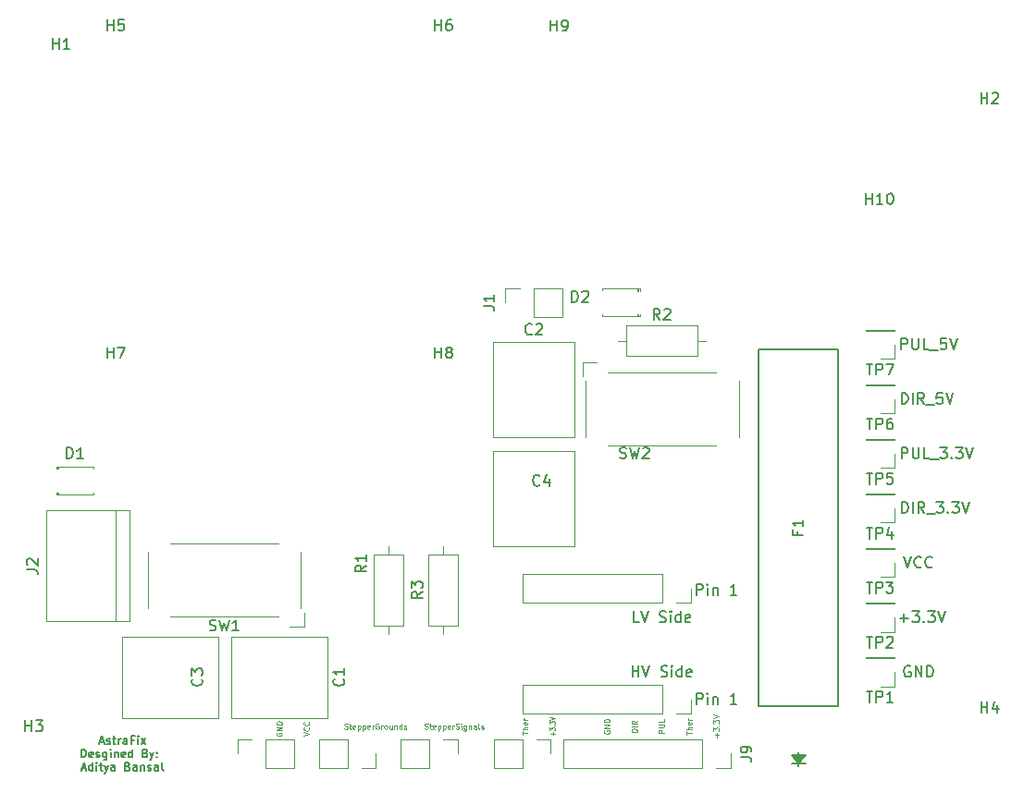
<source format=gto>
%TF.GenerationSoftware,KiCad,Pcbnew,(6.0.7)*%
%TF.CreationDate,2025-03-19T21:33:16-07:00*%
%TF.ProjectId,PCB_v1,5043425f-7631-42e6-9b69-6361645f7063,rev?*%
%TF.SameCoordinates,Original*%
%TF.FileFunction,Legend,Top*%
%TF.FilePolarity,Positive*%
%FSLAX46Y46*%
G04 Gerber Fmt 4.6, Leading zero omitted, Abs format (unit mm)*
G04 Created by KiCad (PCBNEW (6.0.7)) date 2025-03-19 21:33:16*
%MOMM*%
%LPD*%
G01*
G04 APERTURE LIST*
%ADD10C,0.150000*%
%ADD11C,0.100000*%
%ADD12C,0.152400*%
%ADD13C,0.120000*%
G04 APERTURE END LIST*
D10*
X108190476Y-92952380D02*
X108190476Y-91952380D01*
X108571428Y-91952380D01*
X108666666Y-92000000D01*
X108714285Y-92047619D01*
X108761904Y-92142857D01*
X108761904Y-92285714D01*
X108714285Y-92380952D01*
X108666666Y-92428571D01*
X108571428Y-92476190D01*
X108190476Y-92476190D01*
X109190476Y-92952380D02*
X109190476Y-92285714D01*
X109190476Y-91952380D02*
X109142857Y-92000000D01*
X109190476Y-92047619D01*
X109238095Y-92000000D01*
X109190476Y-91952380D01*
X109190476Y-92047619D01*
X109666666Y-92285714D02*
X109666666Y-92952380D01*
X109666666Y-92380952D02*
X109714285Y-92333333D01*
X109809523Y-92285714D01*
X109952380Y-92285714D01*
X110047619Y-92333333D01*
X110095238Y-92428571D01*
X110095238Y-92952380D01*
X111857142Y-92952380D02*
X111285714Y-92952380D01*
X111571428Y-92952380D02*
X111571428Y-91952380D01*
X111476190Y-92095238D01*
X111380952Y-92190476D01*
X111285714Y-92238095D01*
X108190476Y-102952380D02*
X108190476Y-101952380D01*
X108571428Y-101952380D01*
X108666666Y-102000000D01*
X108714285Y-102047619D01*
X108761904Y-102142857D01*
X108761904Y-102285714D01*
X108714285Y-102380952D01*
X108666666Y-102428571D01*
X108571428Y-102476190D01*
X108190476Y-102476190D01*
X109190476Y-102952380D02*
X109190476Y-102285714D01*
X109190476Y-101952380D02*
X109142857Y-102000000D01*
X109190476Y-102047619D01*
X109238095Y-102000000D01*
X109190476Y-101952380D01*
X109190476Y-102047619D01*
X109666666Y-102285714D02*
X109666666Y-102952380D01*
X109666666Y-102380952D02*
X109714285Y-102333333D01*
X109809523Y-102285714D01*
X109952380Y-102285714D01*
X110047619Y-102333333D01*
X110095238Y-102428571D01*
X110095238Y-102952380D01*
X111857142Y-102952380D02*
X111285714Y-102952380D01*
X111571428Y-102952380D02*
X111571428Y-101952380D01*
X111476190Y-102095238D01*
X111380952Y-102190476D01*
X111285714Y-102238095D01*
X102309523Y-100452380D02*
X102309523Y-99452380D01*
X102309523Y-99928571D02*
X102880952Y-99928571D01*
X102880952Y-100452380D02*
X102880952Y-99452380D01*
X103214285Y-99452380D02*
X103547619Y-100452380D01*
X103880952Y-99452380D01*
X104928571Y-100404761D02*
X105071428Y-100452380D01*
X105309523Y-100452380D01*
X105404761Y-100404761D01*
X105452380Y-100357142D01*
X105500000Y-100261904D01*
X105500000Y-100166666D01*
X105452380Y-100071428D01*
X105404761Y-100023809D01*
X105309523Y-99976190D01*
X105119047Y-99928571D01*
X105023809Y-99880952D01*
X104976190Y-99833333D01*
X104928571Y-99738095D01*
X104928571Y-99642857D01*
X104976190Y-99547619D01*
X105023809Y-99500000D01*
X105119047Y-99452380D01*
X105357142Y-99452380D01*
X105500000Y-99500000D01*
X105928571Y-100452380D02*
X105928571Y-99785714D01*
X105928571Y-99452380D02*
X105880952Y-99500000D01*
X105928571Y-99547619D01*
X105976190Y-99500000D01*
X105928571Y-99452380D01*
X105928571Y-99547619D01*
X106833333Y-100452380D02*
X106833333Y-99452380D01*
X106833333Y-100404761D02*
X106738095Y-100452380D01*
X106547619Y-100452380D01*
X106452380Y-100404761D01*
X106404761Y-100357142D01*
X106357142Y-100261904D01*
X106357142Y-99976190D01*
X106404761Y-99880952D01*
X106452380Y-99833333D01*
X106547619Y-99785714D01*
X106738095Y-99785714D01*
X106833333Y-99833333D01*
X107690476Y-100404761D02*
X107595238Y-100452380D01*
X107404761Y-100452380D01*
X107309523Y-100404761D01*
X107261904Y-100309523D01*
X107261904Y-99928571D01*
X107309523Y-99833333D01*
X107404761Y-99785714D01*
X107595238Y-99785714D01*
X107690476Y-99833333D01*
X107738095Y-99928571D01*
X107738095Y-100023809D01*
X107261904Y-100119047D01*
X102904761Y-95452380D02*
X102428571Y-95452380D01*
X102428571Y-94452380D01*
X103095238Y-94452380D02*
X103428571Y-95452380D01*
X103761904Y-94452380D01*
X104809523Y-95404761D02*
X104952380Y-95452380D01*
X105190476Y-95452380D01*
X105285714Y-95404761D01*
X105333333Y-95357142D01*
X105380952Y-95261904D01*
X105380952Y-95166666D01*
X105333333Y-95071428D01*
X105285714Y-95023809D01*
X105190476Y-94976190D01*
X105000000Y-94928571D01*
X104904761Y-94880952D01*
X104857142Y-94833333D01*
X104809523Y-94738095D01*
X104809523Y-94642857D01*
X104857142Y-94547619D01*
X104904761Y-94500000D01*
X105000000Y-94452380D01*
X105238095Y-94452380D01*
X105380952Y-94500000D01*
X105809523Y-95452380D02*
X105809523Y-94785714D01*
X105809523Y-94452380D02*
X105761904Y-94500000D01*
X105809523Y-94547619D01*
X105857142Y-94500000D01*
X105809523Y-94452380D01*
X105809523Y-94547619D01*
X106714285Y-95452380D02*
X106714285Y-94452380D01*
X106714285Y-95404761D02*
X106619047Y-95452380D01*
X106428571Y-95452380D01*
X106333333Y-95404761D01*
X106285714Y-95357142D01*
X106238095Y-95261904D01*
X106238095Y-94976190D01*
X106285714Y-94880952D01*
X106333333Y-94833333D01*
X106428571Y-94785714D01*
X106619047Y-94785714D01*
X106714285Y-94833333D01*
X107571428Y-95404761D02*
X107476190Y-95452380D01*
X107285714Y-95452380D01*
X107190476Y-95404761D01*
X107142857Y-95309523D01*
X107142857Y-94928571D01*
X107190476Y-94833333D01*
X107285714Y-94785714D01*
X107476190Y-94785714D01*
X107571428Y-94833333D01*
X107619047Y-94928571D01*
X107619047Y-95023809D01*
X107142857Y-95119047D01*
D11*
X95035714Y-105800000D02*
X95035714Y-105495238D01*
X95226190Y-105647619D02*
X94845238Y-105647619D01*
X94726190Y-105342857D02*
X94726190Y-105095238D01*
X94916666Y-105228571D01*
X94916666Y-105171428D01*
X94940476Y-105133333D01*
X94964285Y-105114285D01*
X95011904Y-105095238D01*
X95130952Y-105095238D01*
X95178571Y-105114285D01*
X95202380Y-105133333D01*
X95226190Y-105171428D01*
X95226190Y-105285714D01*
X95202380Y-105323809D01*
X95178571Y-105342857D01*
X95178571Y-104923809D02*
X95202380Y-104904761D01*
X95226190Y-104923809D01*
X95202380Y-104942857D01*
X95178571Y-104923809D01*
X95226190Y-104923809D01*
X94726190Y-104771428D02*
X94726190Y-104523809D01*
X94916666Y-104657142D01*
X94916666Y-104600000D01*
X94940476Y-104561904D01*
X94964285Y-104542857D01*
X95011904Y-104523809D01*
X95130952Y-104523809D01*
X95178571Y-104542857D01*
X95202380Y-104561904D01*
X95226190Y-104600000D01*
X95226190Y-104714285D01*
X95202380Y-104752380D01*
X95178571Y-104771428D01*
X94726190Y-104409523D02*
X95226190Y-104276190D01*
X94726190Y-104142857D01*
X92226190Y-105738095D02*
X92226190Y-105452380D01*
X92726190Y-105595238D02*
X92226190Y-105595238D01*
X92726190Y-105285714D02*
X92226190Y-105285714D01*
X92726190Y-105071428D02*
X92464285Y-105071428D01*
X92416666Y-105095238D01*
X92392857Y-105142857D01*
X92392857Y-105214285D01*
X92416666Y-105261904D01*
X92440476Y-105285714D01*
X92702380Y-104642857D02*
X92726190Y-104690476D01*
X92726190Y-104785714D01*
X92702380Y-104833333D01*
X92654761Y-104857142D01*
X92464285Y-104857142D01*
X92416666Y-104833333D01*
X92392857Y-104785714D01*
X92392857Y-104690476D01*
X92416666Y-104642857D01*
X92464285Y-104619047D01*
X92511904Y-104619047D01*
X92559523Y-104857142D01*
X92726190Y-104404761D02*
X92392857Y-104404761D01*
X92488095Y-104404761D02*
X92440476Y-104380952D01*
X92416666Y-104357142D01*
X92392857Y-104309523D01*
X92392857Y-104261904D01*
X83309523Y-105202380D02*
X83380952Y-105226190D01*
X83500000Y-105226190D01*
X83547619Y-105202380D01*
X83571428Y-105178571D01*
X83595238Y-105130952D01*
X83595238Y-105083333D01*
X83571428Y-105035714D01*
X83547619Y-105011904D01*
X83500000Y-104988095D01*
X83404761Y-104964285D01*
X83357142Y-104940476D01*
X83333333Y-104916666D01*
X83309523Y-104869047D01*
X83309523Y-104821428D01*
X83333333Y-104773809D01*
X83357142Y-104750000D01*
X83404761Y-104726190D01*
X83523809Y-104726190D01*
X83595238Y-104750000D01*
X83738095Y-104892857D02*
X83928571Y-104892857D01*
X83809523Y-104726190D02*
X83809523Y-105154761D01*
X83833333Y-105202380D01*
X83880952Y-105226190D01*
X83928571Y-105226190D01*
X84285714Y-105202380D02*
X84238095Y-105226190D01*
X84142857Y-105226190D01*
X84095238Y-105202380D01*
X84071428Y-105154761D01*
X84071428Y-104964285D01*
X84095238Y-104916666D01*
X84142857Y-104892857D01*
X84238095Y-104892857D01*
X84285714Y-104916666D01*
X84309523Y-104964285D01*
X84309523Y-105011904D01*
X84071428Y-105059523D01*
X84523809Y-104892857D02*
X84523809Y-105392857D01*
X84523809Y-104916666D02*
X84571428Y-104892857D01*
X84666666Y-104892857D01*
X84714285Y-104916666D01*
X84738095Y-104940476D01*
X84761904Y-104988095D01*
X84761904Y-105130952D01*
X84738095Y-105178571D01*
X84714285Y-105202380D01*
X84666666Y-105226190D01*
X84571428Y-105226190D01*
X84523809Y-105202380D01*
X84976190Y-104892857D02*
X84976190Y-105392857D01*
X84976190Y-104916666D02*
X85023809Y-104892857D01*
X85119047Y-104892857D01*
X85166666Y-104916666D01*
X85190476Y-104940476D01*
X85214285Y-104988095D01*
X85214285Y-105130952D01*
X85190476Y-105178571D01*
X85166666Y-105202380D01*
X85119047Y-105226190D01*
X85023809Y-105226190D01*
X84976190Y-105202380D01*
X85619047Y-105202380D02*
X85571428Y-105226190D01*
X85476190Y-105226190D01*
X85428571Y-105202380D01*
X85404761Y-105154761D01*
X85404761Y-104964285D01*
X85428571Y-104916666D01*
X85476190Y-104892857D01*
X85571428Y-104892857D01*
X85619047Y-104916666D01*
X85642857Y-104964285D01*
X85642857Y-105011904D01*
X85404761Y-105059523D01*
X85857142Y-105226190D02*
X85857142Y-104892857D01*
X85857142Y-104988095D02*
X85880952Y-104940476D01*
X85904761Y-104916666D01*
X85952380Y-104892857D01*
X86000000Y-104892857D01*
X86142857Y-105202380D02*
X86214285Y-105226190D01*
X86333333Y-105226190D01*
X86380952Y-105202380D01*
X86404761Y-105178571D01*
X86428571Y-105130952D01*
X86428571Y-105083333D01*
X86404761Y-105035714D01*
X86380952Y-105011904D01*
X86333333Y-104988095D01*
X86238095Y-104964285D01*
X86190476Y-104940476D01*
X86166666Y-104916666D01*
X86142857Y-104869047D01*
X86142857Y-104821428D01*
X86166666Y-104773809D01*
X86190476Y-104750000D01*
X86238095Y-104726190D01*
X86357142Y-104726190D01*
X86428571Y-104750000D01*
X86642857Y-105226190D02*
X86642857Y-104892857D01*
X86642857Y-104726190D02*
X86619047Y-104750000D01*
X86642857Y-104773809D01*
X86666666Y-104750000D01*
X86642857Y-104726190D01*
X86642857Y-104773809D01*
X87095238Y-104892857D02*
X87095238Y-105297619D01*
X87071428Y-105345238D01*
X87047619Y-105369047D01*
X87000000Y-105392857D01*
X86928571Y-105392857D01*
X86880952Y-105369047D01*
X87095238Y-105202380D02*
X87047619Y-105226190D01*
X86952380Y-105226190D01*
X86904761Y-105202380D01*
X86880952Y-105178571D01*
X86857142Y-105130952D01*
X86857142Y-104988095D01*
X86880952Y-104940476D01*
X86904761Y-104916666D01*
X86952380Y-104892857D01*
X87047619Y-104892857D01*
X87095238Y-104916666D01*
X87333333Y-104892857D02*
X87333333Y-105226190D01*
X87333333Y-104940476D02*
X87357142Y-104916666D01*
X87404761Y-104892857D01*
X87476190Y-104892857D01*
X87523809Y-104916666D01*
X87547619Y-104964285D01*
X87547619Y-105226190D01*
X88000000Y-105226190D02*
X88000000Y-104964285D01*
X87976190Y-104916666D01*
X87928571Y-104892857D01*
X87833333Y-104892857D01*
X87785714Y-104916666D01*
X88000000Y-105202380D02*
X87952380Y-105226190D01*
X87833333Y-105226190D01*
X87785714Y-105202380D01*
X87761904Y-105154761D01*
X87761904Y-105107142D01*
X87785714Y-105059523D01*
X87833333Y-105035714D01*
X87952380Y-105035714D01*
X88000000Y-105011904D01*
X88309523Y-105226190D02*
X88261904Y-105202380D01*
X88238095Y-105154761D01*
X88238095Y-104726190D01*
X88476190Y-105202380D02*
X88523809Y-105226190D01*
X88619047Y-105226190D01*
X88666666Y-105202380D01*
X88690476Y-105154761D01*
X88690476Y-105130952D01*
X88666666Y-105083333D01*
X88619047Y-105059523D01*
X88547619Y-105059523D01*
X88500000Y-105035714D01*
X88476190Y-104988095D01*
X88476190Y-104964285D01*
X88500000Y-104916666D01*
X88547619Y-104892857D01*
X88619047Y-104892857D01*
X88666666Y-104916666D01*
X75966666Y-105202380D02*
X76038095Y-105226190D01*
X76157142Y-105226190D01*
X76204761Y-105202380D01*
X76228571Y-105178571D01*
X76252380Y-105130952D01*
X76252380Y-105083333D01*
X76228571Y-105035714D01*
X76204761Y-105011904D01*
X76157142Y-104988095D01*
X76061904Y-104964285D01*
X76014285Y-104940476D01*
X75990476Y-104916666D01*
X75966666Y-104869047D01*
X75966666Y-104821428D01*
X75990476Y-104773809D01*
X76014285Y-104750000D01*
X76061904Y-104726190D01*
X76180952Y-104726190D01*
X76252380Y-104750000D01*
X76395238Y-104892857D02*
X76585714Y-104892857D01*
X76466666Y-104726190D02*
X76466666Y-105154761D01*
X76490476Y-105202380D01*
X76538095Y-105226190D01*
X76585714Y-105226190D01*
X76942857Y-105202380D02*
X76895238Y-105226190D01*
X76800000Y-105226190D01*
X76752380Y-105202380D01*
X76728571Y-105154761D01*
X76728571Y-104964285D01*
X76752380Y-104916666D01*
X76800000Y-104892857D01*
X76895238Y-104892857D01*
X76942857Y-104916666D01*
X76966666Y-104964285D01*
X76966666Y-105011904D01*
X76728571Y-105059523D01*
X77180952Y-104892857D02*
X77180952Y-105392857D01*
X77180952Y-104916666D02*
X77228571Y-104892857D01*
X77323809Y-104892857D01*
X77371428Y-104916666D01*
X77395238Y-104940476D01*
X77419047Y-104988095D01*
X77419047Y-105130952D01*
X77395238Y-105178571D01*
X77371428Y-105202380D01*
X77323809Y-105226190D01*
X77228571Y-105226190D01*
X77180952Y-105202380D01*
X77633333Y-104892857D02*
X77633333Y-105392857D01*
X77633333Y-104916666D02*
X77680952Y-104892857D01*
X77776190Y-104892857D01*
X77823809Y-104916666D01*
X77847619Y-104940476D01*
X77871428Y-104988095D01*
X77871428Y-105130952D01*
X77847619Y-105178571D01*
X77823809Y-105202380D01*
X77776190Y-105226190D01*
X77680952Y-105226190D01*
X77633333Y-105202380D01*
X78276190Y-105202380D02*
X78228571Y-105226190D01*
X78133333Y-105226190D01*
X78085714Y-105202380D01*
X78061904Y-105154761D01*
X78061904Y-104964285D01*
X78085714Y-104916666D01*
X78133333Y-104892857D01*
X78228571Y-104892857D01*
X78276190Y-104916666D01*
X78300000Y-104964285D01*
X78300000Y-105011904D01*
X78061904Y-105059523D01*
X78514285Y-105226190D02*
X78514285Y-104892857D01*
X78514285Y-104988095D02*
X78538095Y-104940476D01*
X78561904Y-104916666D01*
X78609523Y-104892857D01*
X78657142Y-104892857D01*
X79085714Y-104750000D02*
X79038095Y-104726190D01*
X78966666Y-104726190D01*
X78895238Y-104750000D01*
X78847619Y-104797619D01*
X78823809Y-104845238D01*
X78800000Y-104940476D01*
X78800000Y-105011904D01*
X78823809Y-105107142D01*
X78847619Y-105154761D01*
X78895238Y-105202380D01*
X78966666Y-105226190D01*
X79014285Y-105226190D01*
X79085714Y-105202380D01*
X79109523Y-105178571D01*
X79109523Y-105011904D01*
X79014285Y-105011904D01*
X79323809Y-105226190D02*
X79323809Y-104892857D01*
X79323809Y-104988095D02*
X79347619Y-104940476D01*
X79371428Y-104916666D01*
X79419047Y-104892857D01*
X79466666Y-104892857D01*
X79704761Y-105226190D02*
X79657142Y-105202380D01*
X79633333Y-105178571D01*
X79609523Y-105130952D01*
X79609523Y-104988095D01*
X79633333Y-104940476D01*
X79657142Y-104916666D01*
X79704761Y-104892857D01*
X79776190Y-104892857D01*
X79823809Y-104916666D01*
X79847619Y-104940476D01*
X79871428Y-104988095D01*
X79871428Y-105130952D01*
X79847619Y-105178571D01*
X79823809Y-105202380D01*
X79776190Y-105226190D01*
X79704761Y-105226190D01*
X80300000Y-104892857D02*
X80300000Y-105226190D01*
X80085714Y-104892857D02*
X80085714Y-105154761D01*
X80109523Y-105202380D01*
X80157142Y-105226190D01*
X80228571Y-105226190D01*
X80276190Y-105202380D01*
X80300000Y-105178571D01*
X80538095Y-104892857D02*
X80538095Y-105226190D01*
X80538095Y-104940476D02*
X80561904Y-104916666D01*
X80609523Y-104892857D01*
X80680952Y-104892857D01*
X80728571Y-104916666D01*
X80752380Y-104964285D01*
X80752380Y-105226190D01*
X81204761Y-105226190D02*
X81204761Y-104726190D01*
X81204761Y-105202380D02*
X81157142Y-105226190D01*
X81061904Y-105226190D01*
X81014285Y-105202380D01*
X80990476Y-105178571D01*
X80966666Y-105130952D01*
X80966666Y-104988095D01*
X80990476Y-104940476D01*
X81014285Y-104916666D01*
X81061904Y-104892857D01*
X81157142Y-104892857D01*
X81204761Y-104916666D01*
X81419047Y-105202380D02*
X81466666Y-105226190D01*
X81561904Y-105226190D01*
X81609523Y-105202380D01*
X81633333Y-105154761D01*
X81633333Y-105130952D01*
X81609523Y-105083333D01*
X81561904Y-105059523D01*
X81490476Y-105059523D01*
X81442857Y-105035714D01*
X81419047Y-104988095D01*
X81419047Y-104964285D01*
X81442857Y-104916666D01*
X81490476Y-104892857D01*
X81561904Y-104892857D01*
X81609523Y-104916666D01*
X72226190Y-105866666D02*
X72726190Y-105700000D01*
X72226190Y-105533333D01*
X72678571Y-105080952D02*
X72702380Y-105104761D01*
X72726190Y-105176190D01*
X72726190Y-105223809D01*
X72702380Y-105295238D01*
X72654761Y-105342857D01*
X72607142Y-105366666D01*
X72511904Y-105390476D01*
X72440476Y-105390476D01*
X72345238Y-105366666D01*
X72297619Y-105342857D01*
X72250000Y-105295238D01*
X72226190Y-105223809D01*
X72226190Y-105176190D01*
X72250000Y-105104761D01*
X72273809Y-105080952D01*
X72678571Y-104580952D02*
X72702380Y-104604761D01*
X72726190Y-104676190D01*
X72726190Y-104723809D01*
X72702380Y-104795238D01*
X72654761Y-104842857D01*
X72607142Y-104866666D01*
X72511904Y-104890476D01*
X72440476Y-104890476D01*
X72345238Y-104866666D01*
X72297619Y-104842857D01*
X72250000Y-104795238D01*
X72226190Y-104723809D01*
X72226190Y-104676190D01*
X72250000Y-104604761D01*
X72273809Y-104580952D01*
X69750000Y-105580952D02*
X69726190Y-105628571D01*
X69726190Y-105700000D01*
X69750000Y-105771428D01*
X69797619Y-105819047D01*
X69845238Y-105842857D01*
X69940476Y-105866666D01*
X70011904Y-105866666D01*
X70107142Y-105842857D01*
X70154761Y-105819047D01*
X70202380Y-105771428D01*
X70226190Y-105700000D01*
X70226190Y-105652380D01*
X70202380Y-105580952D01*
X70178571Y-105557142D01*
X70011904Y-105557142D01*
X70011904Y-105652380D01*
X70226190Y-105342857D02*
X69726190Y-105342857D01*
X70226190Y-105057142D01*
X69726190Y-105057142D01*
X70226190Y-104819047D02*
X69726190Y-104819047D01*
X69726190Y-104700000D01*
X69750000Y-104628571D01*
X69797619Y-104580952D01*
X69845238Y-104557142D01*
X69940476Y-104533333D01*
X70011904Y-104533333D01*
X70107142Y-104557142D01*
X70154761Y-104580952D01*
X70202380Y-104628571D01*
X70226190Y-104700000D01*
X70226190Y-104819047D01*
X110035714Y-106000000D02*
X110035714Y-105619047D01*
X110226190Y-105809523D02*
X109845238Y-105809523D01*
X109726190Y-105428571D02*
X109726190Y-105119047D01*
X109916666Y-105285714D01*
X109916666Y-105214285D01*
X109940476Y-105166666D01*
X109964285Y-105142857D01*
X110011904Y-105119047D01*
X110130952Y-105119047D01*
X110178571Y-105142857D01*
X110202380Y-105166666D01*
X110226190Y-105214285D01*
X110226190Y-105357142D01*
X110202380Y-105404761D01*
X110178571Y-105428571D01*
X110178571Y-104904761D02*
X110202380Y-104880952D01*
X110226190Y-104904761D01*
X110202380Y-104928571D01*
X110178571Y-104904761D01*
X110226190Y-104904761D01*
X109726190Y-104714285D02*
X109726190Y-104404761D01*
X109916666Y-104571428D01*
X109916666Y-104500000D01*
X109940476Y-104452380D01*
X109964285Y-104428571D01*
X110011904Y-104404761D01*
X110130952Y-104404761D01*
X110178571Y-104428571D01*
X110202380Y-104452380D01*
X110226190Y-104500000D01*
X110226190Y-104642857D01*
X110202380Y-104690476D01*
X110178571Y-104714285D01*
X109726190Y-104261904D02*
X110226190Y-104095238D01*
X109726190Y-103928571D01*
X107226190Y-105738095D02*
X107226190Y-105452380D01*
X107726190Y-105595238D02*
X107226190Y-105595238D01*
X107726190Y-105285714D02*
X107226190Y-105285714D01*
X107726190Y-105071428D02*
X107464285Y-105071428D01*
X107416666Y-105095238D01*
X107392857Y-105142857D01*
X107392857Y-105214285D01*
X107416666Y-105261904D01*
X107440476Y-105285714D01*
X107702380Y-104642857D02*
X107726190Y-104690476D01*
X107726190Y-104785714D01*
X107702380Y-104833333D01*
X107654761Y-104857142D01*
X107464285Y-104857142D01*
X107416666Y-104833333D01*
X107392857Y-104785714D01*
X107392857Y-104690476D01*
X107416666Y-104642857D01*
X107464285Y-104619047D01*
X107511904Y-104619047D01*
X107559523Y-104857142D01*
X107726190Y-104404761D02*
X107392857Y-104404761D01*
X107488095Y-104404761D02*
X107440476Y-104380952D01*
X107416666Y-104357142D01*
X107392857Y-104309523D01*
X107392857Y-104261904D01*
X105226190Y-105595238D02*
X104726190Y-105595238D01*
X104726190Y-105404761D01*
X104750000Y-105357142D01*
X104773809Y-105333333D01*
X104821428Y-105309523D01*
X104892857Y-105309523D01*
X104940476Y-105333333D01*
X104964285Y-105357142D01*
X104988095Y-105404761D01*
X104988095Y-105595238D01*
X104726190Y-105095238D02*
X105130952Y-105095238D01*
X105178571Y-105071428D01*
X105202380Y-105047619D01*
X105226190Y-105000000D01*
X105226190Y-104904761D01*
X105202380Y-104857142D01*
X105178571Y-104833333D01*
X105130952Y-104809523D01*
X104726190Y-104809523D01*
X105226190Y-104333333D02*
X105226190Y-104571428D01*
X104726190Y-104571428D01*
X102726190Y-105500000D02*
X102226190Y-105500000D01*
X102226190Y-105380952D01*
X102250000Y-105309523D01*
X102297619Y-105261904D01*
X102345238Y-105238095D01*
X102440476Y-105214285D01*
X102511904Y-105214285D01*
X102607142Y-105238095D01*
X102654761Y-105261904D01*
X102702380Y-105309523D01*
X102726190Y-105380952D01*
X102726190Y-105500000D01*
X102726190Y-105000000D02*
X102226190Y-105000000D01*
X102726190Y-104476190D02*
X102488095Y-104642857D01*
X102726190Y-104761904D02*
X102226190Y-104761904D01*
X102226190Y-104571428D01*
X102250000Y-104523809D01*
X102273809Y-104500000D01*
X102321428Y-104476190D01*
X102392857Y-104476190D01*
X102440476Y-104500000D01*
X102464285Y-104523809D01*
X102488095Y-104571428D01*
X102488095Y-104761904D01*
X99750000Y-105380952D02*
X99726190Y-105428571D01*
X99726190Y-105500000D01*
X99750000Y-105571428D01*
X99797619Y-105619047D01*
X99845238Y-105642857D01*
X99940476Y-105666666D01*
X100011904Y-105666666D01*
X100107142Y-105642857D01*
X100154761Y-105619047D01*
X100202380Y-105571428D01*
X100226190Y-105500000D01*
X100226190Y-105452380D01*
X100202380Y-105380952D01*
X100178571Y-105357142D01*
X100011904Y-105357142D01*
X100011904Y-105452380D01*
X100226190Y-105142857D02*
X99726190Y-105142857D01*
X100226190Y-104857142D01*
X99726190Y-104857142D01*
X100226190Y-104619047D02*
X99726190Y-104619047D01*
X99726190Y-104500000D01*
X99750000Y-104428571D01*
X99797619Y-104380952D01*
X99845238Y-104357142D01*
X99940476Y-104333333D01*
X100011904Y-104333333D01*
X100107142Y-104357142D01*
X100154761Y-104380952D01*
X100202380Y-104428571D01*
X100226190Y-104500000D01*
X100226190Y-104619047D01*
D10*
X126923809Y-70452380D02*
X126923809Y-69452380D01*
X127304761Y-69452380D01*
X127400000Y-69500000D01*
X127447619Y-69547619D01*
X127495238Y-69642857D01*
X127495238Y-69785714D01*
X127447619Y-69880952D01*
X127400000Y-69928571D01*
X127304761Y-69976190D01*
X126923809Y-69976190D01*
X127923809Y-69452380D02*
X127923809Y-70261904D01*
X127971428Y-70357142D01*
X128019047Y-70404761D01*
X128114285Y-70452380D01*
X128304761Y-70452380D01*
X128400000Y-70404761D01*
X128447619Y-70357142D01*
X128495238Y-70261904D01*
X128495238Y-69452380D01*
X129447619Y-70452380D02*
X128971428Y-70452380D01*
X128971428Y-69452380D01*
X129542857Y-70547619D02*
X130304761Y-70547619D01*
X131019047Y-69452380D02*
X130542857Y-69452380D01*
X130495238Y-69928571D01*
X130542857Y-69880952D01*
X130638095Y-69833333D01*
X130876190Y-69833333D01*
X130971428Y-69880952D01*
X131019047Y-69928571D01*
X131066666Y-70023809D01*
X131066666Y-70261904D01*
X131019047Y-70357142D01*
X130971428Y-70404761D01*
X130876190Y-70452380D01*
X130638095Y-70452380D01*
X130542857Y-70404761D01*
X130495238Y-70357142D01*
X131352380Y-69452380D02*
X131685714Y-70452380D01*
X132019047Y-69452380D01*
X126964285Y-75452380D02*
X126964285Y-74452380D01*
X127202380Y-74452380D01*
X127345238Y-74500000D01*
X127440476Y-74595238D01*
X127488095Y-74690476D01*
X127535714Y-74880952D01*
X127535714Y-75023809D01*
X127488095Y-75214285D01*
X127440476Y-75309523D01*
X127345238Y-75404761D01*
X127202380Y-75452380D01*
X126964285Y-75452380D01*
X127964285Y-75452380D02*
X127964285Y-74452380D01*
X129011904Y-75452380D02*
X128678571Y-74976190D01*
X128440476Y-75452380D02*
X128440476Y-74452380D01*
X128821428Y-74452380D01*
X128916666Y-74500000D01*
X128964285Y-74547619D01*
X129011904Y-74642857D01*
X129011904Y-74785714D01*
X128964285Y-74880952D01*
X128916666Y-74928571D01*
X128821428Y-74976190D01*
X128440476Y-74976190D01*
X129202380Y-75547619D02*
X129964285Y-75547619D01*
X130678571Y-74452380D02*
X130202380Y-74452380D01*
X130154761Y-74928571D01*
X130202380Y-74880952D01*
X130297619Y-74833333D01*
X130535714Y-74833333D01*
X130630952Y-74880952D01*
X130678571Y-74928571D01*
X130726190Y-75023809D01*
X130726190Y-75261904D01*
X130678571Y-75357142D01*
X130630952Y-75404761D01*
X130535714Y-75452380D01*
X130297619Y-75452380D01*
X130202380Y-75404761D01*
X130154761Y-75357142D01*
X131011904Y-74452380D02*
X131345238Y-75452380D01*
X131678571Y-74452380D01*
X126959523Y-80452380D02*
X126959523Y-79452380D01*
X127340476Y-79452380D01*
X127435714Y-79500000D01*
X127483333Y-79547619D01*
X127530952Y-79642857D01*
X127530952Y-79785714D01*
X127483333Y-79880952D01*
X127435714Y-79928571D01*
X127340476Y-79976190D01*
X126959523Y-79976190D01*
X127959523Y-79452380D02*
X127959523Y-80261904D01*
X128007142Y-80357142D01*
X128054761Y-80404761D01*
X128150000Y-80452380D01*
X128340476Y-80452380D01*
X128435714Y-80404761D01*
X128483333Y-80357142D01*
X128530952Y-80261904D01*
X128530952Y-79452380D01*
X129483333Y-80452380D02*
X129007142Y-80452380D01*
X129007142Y-79452380D01*
X129578571Y-80547619D02*
X130340476Y-80547619D01*
X130483333Y-79452380D02*
X131102380Y-79452380D01*
X130769047Y-79833333D01*
X130911904Y-79833333D01*
X131007142Y-79880952D01*
X131054761Y-79928571D01*
X131102380Y-80023809D01*
X131102380Y-80261904D01*
X131054761Y-80357142D01*
X131007142Y-80404761D01*
X130911904Y-80452380D01*
X130626190Y-80452380D01*
X130530952Y-80404761D01*
X130483333Y-80357142D01*
X131530952Y-80357142D02*
X131578571Y-80404761D01*
X131530952Y-80452380D01*
X131483333Y-80404761D01*
X131530952Y-80357142D01*
X131530952Y-80452380D01*
X131911904Y-79452380D02*
X132530952Y-79452380D01*
X132197619Y-79833333D01*
X132340476Y-79833333D01*
X132435714Y-79880952D01*
X132483333Y-79928571D01*
X132530952Y-80023809D01*
X132530952Y-80261904D01*
X132483333Y-80357142D01*
X132435714Y-80404761D01*
X132340476Y-80452380D01*
X132054761Y-80452380D01*
X131959523Y-80404761D01*
X131911904Y-80357142D01*
X132816666Y-79452380D02*
X133150000Y-80452380D01*
X133483333Y-79452380D01*
X127000000Y-85452380D02*
X127000000Y-84452380D01*
X127238095Y-84452380D01*
X127380952Y-84500000D01*
X127476190Y-84595238D01*
X127523809Y-84690476D01*
X127571428Y-84880952D01*
X127571428Y-85023809D01*
X127523809Y-85214285D01*
X127476190Y-85309523D01*
X127380952Y-85404761D01*
X127238095Y-85452380D01*
X127000000Y-85452380D01*
X128000000Y-85452380D02*
X128000000Y-84452380D01*
X129047619Y-85452380D02*
X128714285Y-84976190D01*
X128476190Y-85452380D02*
X128476190Y-84452380D01*
X128857142Y-84452380D01*
X128952380Y-84500000D01*
X129000000Y-84547619D01*
X129047619Y-84642857D01*
X129047619Y-84785714D01*
X129000000Y-84880952D01*
X128952380Y-84928571D01*
X128857142Y-84976190D01*
X128476190Y-84976190D01*
X129238095Y-85547619D02*
X130000000Y-85547619D01*
X130142857Y-84452380D02*
X130761904Y-84452380D01*
X130428571Y-84833333D01*
X130571428Y-84833333D01*
X130666666Y-84880952D01*
X130714285Y-84928571D01*
X130761904Y-85023809D01*
X130761904Y-85261904D01*
X130714285Y-85357142D01*
X130666666Y-85404761D01*
X130571428Y-85452380D01*
X130285714Y-85452380D01*
X130190476Y-85404761D01*
X130142857Y-85357142D01*
X131190476Y-85357142D02*
X131238095Y-85404761D01*
X131190476Y-85452380D01*
X131142857Y-85404761D01*
X131190476Y-85357142D01*
X131190476Y-85452380D01*
X131571428Y-84452380D02*
X132190476Y-84452380D01*
X131857142Y-84833333D01*
X132000000Y-84833333D01*
X132095238Y-84880952D01*
X132142857Y-84928571D01*
X132190476Y-85023809D01*
X132190476Y-85261904D01*
X132142857Y-85357142D01*
X132095238Y-85404761D01*
X132000000Y-85452380D01*
X131714285Y-85452380D01*
X131619047Y-85404761D01*
X131571428Y-85357142D01*
X132476190Y-84452380D02*
X132809523Y-85452380D01*
X133142857Y-84452380D01*
X127166666Y-89452380D02*
X127500000Y-90452380D01*
X127833333Y-89452380D01*
X128738095Y-90357142D02*
X128690476Y-90404761D01*
X128547619Y-90452380D01*
X128452380Y-90452380D01*
X128309523Y-90404761D01*
X128214285Y-90309523D01*
X128166666Y-90214285D01*
X128119047Y-90023809D01*
X128119047Y-89880952D01*
X128166666Y-89690476D01*
X128214285Y-89595238D01*
X128309523Y-89500000D01*
X128452380Y-89452380D01*
X128547619Y-89452380D01*
X128690476Y-89500000D01*
X128738095Y-89547619D01*
X129738095Y-90357142D02*
X129690476Y-90404761D01*
X129547619Y-90452380D01*
X129452380Y-90452380D01*
X129309523Y-90404761D01*
X129214285Y-90309523D01*
X129166666Y-90214285D01*
X129119047Y-90023809D01*
X129119047Y-89880952D01*
X129166666Y-89690476D01*
X129214285Y-89595238D01*
X129309523Y-89500000D01*
X129452380Y-89452380D01*
X129547619Y-89452380D01*
X129690476Y-89500000D01*
X129738095Y-89547619D01*
X126800000Y-95071428D02*
X127561904Y-95071428D01*
X127180952Y-95452380D02*
X127180952Y-94690476D01*
X127942857Y-94452380D02*
X128561904Y-94452380D01*
X128228571Y-94833333D01*
X128371428Y-94833333D01*
X128466666Y-94880952D01*
X128514285Y-94928571D01*
X128561904Y-95023809D01*
X128561904Y-95261904D01*
X128514285Y-95357142D01*
X128466666Y-95404761D01*
X128371428Y-95452380D01*
X128085714Y-95452380D01*
X127990476Y-95404761D01*
X127942857Y-95357142D01*
X128990476Y-95357142D02*
X129038095Y-95404761D01*
X128990476Y-95452380D01*
X128942857Y-95404761D01*
X128990476Y-95357142D01*
X128990476Y-95452380D01*
X129371428Y-94452380D02*
X129990476Y-94452380D01*
X129657142Y-94833333D01*
X129800000Y-94833333D01*
X129895238Y-94880952D01*
X129942857Y-94928571D01*
X129990476Y-95023809D01*
X129990476Y-95261904D01*
X129942857Y-95357142D01*
X129895238Y-95404761D01*
X129800000Y-95452380D01*
X129514285Y-95452380D01*
X129419047Y-95404761D01*
X129371428Y-95357142D01*
X130276190Y-94452380D02*
X130609523Y-95452380D01*
X130942857Y-94452380D01*
X127738095Y-99500000D02*
X127642857Y-99452380D01*
X127500000Y-99452380D01*
X127357142Y-99500000D01*
X127261904Y-99595238D01*
X127214285Y-99690476D01*
X127166666Y-99880952D01*
X127166666Y-100023809D01*
X127214285Y-100214285D01*
X127261904Y-100309523D01*
X127357142Y-100404761D01*
X127500000Y-100452380D01*
X127595238Y-100452380D01*
X127738095Y-100404761D01*
X127785714Y-100357142D01*
X127785714Y-100023809D01*
X127595238Y-100023809D01*
X128214285Y-100452380D02*
X128214285Y-99452380D01*
X128785714Y-100452380D01*
X128785714Y-99452380D01*
X129261904Y-100452380D02*
X129261904Y-99452380D01*
X129500000Y-99452380D01*
X129642857Y-99500000D01*
X129738095Y-99595238D01*
X129785714Y-99690476D01*
X129833333Y-99880952D01*
X129833333Y-100023809D01*
X129785714Y-100214285D01*
X129738095Y-100309523D01*
X129642857Y-100404761D01*
X129500000Y-100452380D01*
X129261904Y-100452380D01*
X53558571Y-106417500D02*
X53915714Y-106417500D01*
X53487142Y-106631785D02*
X53737142Y-105881785D01*
X53987142Y-106631785D01*
X54201428Y-106596071D02*
X54272857Y-106631785D01*
X54415714Y-106631785D01*
X54487142Y-106596071D01*
X54522857Y-106524642D01*
X54522857Y-106488928D01*
X54487142Y-106417500D01*
X54415714Y-106381785D01*
X54308571Y-106381785D01*
X54237142Y-106346071D01*
X54201428Y-106274642D01*
X54201428Y-106238928D01*
X54237142Y-106167500D01*
X54308571Y-106131785D01*
X54415714Y-106131785D01*
X54487142Y-106167500D01*
X54737142Y-106131785D02*
X55022857Y-106131785D01*
X54844285Y-105881785D02*
X54844285Y-106524642D01*
X54880000Y-106596071D01*
X54951428Y-106631785D01*
X55022857Y-106631785D01*
X55272857Y-106631785D02*
X55272857Y-106131785D01*
X55272857Y-106274642D02*
X55308571Y-106203214D01*
X55344285Y-106167500D01*
X55415714Y-106131785D01*
X55487142Y-106131785D01*
X56058571Y-106631785D02*
X56058571Y-106238928D01*
X56022857Y-106167500D01*
X55951428Y-106131785D01*
X55808571Y-106131785D01*
X55737142Y-106167500D01*
X56058571Y-106596071D02*
X55987142Y-106631785D01*
X55808571Y-106631785D01*
X55737142Y-106596071D01*
X55701428Y-106524642D01*
X55701428Y-106453214D01*
X55737142Y-106381785D01*
X55808571Y-106346071D01*
X55987142Y-106346071D01*
X56058571Y-106310357D01*
X56665714Y-106238928D02*
X56415714Y-106238928D01*
X56415714Y-106631785D02*
X56415714Y-105881785D01*
X56772857Y-105881785D01*
X57058571Y-106631785D02*
X57058571Y-106131785D01*
X57058571Y-105881785D02*
X57022857Y-105917500D01*
X57058571Y-105953214D01*
X57094285Y-105917500D01*
X57058571Y-105881785D01*
X57058571Y-105953214D01*
X57344285Y-106631785D02*
X57737142Y-106131785D01*
X57344285Y-106131785D02*
X57737142Y-106631785D01*
X51880000Y-107839285D02*
X51880000Y-107089285D01*
X52058571Y-107089285D01*
X52165714Y-107125000D01*
X52237142Y-107196428D01*
X52272857Y-107267857D01*
X52308571Y-107410714D01*
X52308571Y-107517857D01*
X52272857Y-107660714D01*
X52237142Y-107732142D01*
X52165714Y-107803571D01*
X52058571Y-107839285D01*
X51880000Y-107839285D01*
X52915714Y-107803571D02*
X52844285Y-107839285D01*
X52701428Y-107839285D01*
X52630000Y-107803571D01*
X52594285Y-107732142D01*
X52594285Y-107446428D01*
X52630000Y-107375000D01*
X52701428Y-107339285D01*
X52844285Y-107339285D01*
X52915714Y-107375000D01*
X52951428Y-107446428D01*
X52951428Y-107517857D01*
X52594285Y-107589285D01*
X53237142Y-107803571D02*
X53308571Y-107839285D01*
X53451428Y-107839285D01*
X53522857Y-107803571D01*
X53558571Y-107732142D01*
X53558571Y-107696428D01*
X53522857Y-107625000D01*
X53451428Y-107589285D01*
X53344285Y-107589285D01*
X53272857Y-107553571D01*
X53237142Y-107482142D01*
X53237142Y-107446428D01*
X53272857Y-107375000D01*
X53344285Y-107339285D01*
X53451428Y-107339285D01*
X53522857Y-107375000D01*
X54201428Y-107339285D02*
X54201428Y-107946428D01*
X54165714Y-108017857D01*
X54130000Y-108053571D01*
X54058571Y-108089285D01*
X53951428Y-108089285D01*
X53880000Y-108053571D01*
X54201428Y-107803571D02*
X54130000Y-107839285D01*
X53987142Y-107839285D01*
X53915714Y-107803571D01*
X53880000Y-107767857D01*
X53844285Y-107696428D01*
X53844285Y-107482142D01*
X53880000Y-107410714D01*
X53915714Y-107375000D01*
X53987142Y-107339285D01*
X54130000Y-107339285D01*
X54201428Y-107375000D01*
X54558571Y-107839285D02*
X54558571Y-107339285D01*
X54558571Y-107089285D02*
X54522857Y-107125000D01*
X54558571Y-107160714D01*
X54594285Y-107125000D01*
X54558571Y-107089285D01*
X54558571Y-107160714D01*
X54915714Y-107339285D02*
X54915714Y-107839285D01*
X54915714Y-107410714D02*
X54951428Y-107375000D01*
X55022857Y-107339285D01*
X55130000Y-107339285D01*
X55201428Y-107375000D01*
X55237142Y-107446428D01*
X55237142Y-107839285D01*
X55880000Y-107803571D02*
X55808571Y-107839285D01*
X55665714Y-107839285D01*
X55594285Y-107803571D01*
X55558571Y-107732142D01*
X55558571Y-107446428D01*
X55594285Y-107375000D01*
X55665714Y-107339285D01*
X55808571Y-107339285D01*
X55880000Y-107375000D01*
X55915714Y-107446428D01*
X55915714Y-107517857D01*
X55558571Y-107589285D01*
X56558571Y-107839285D02*
X56558571Y-107089285D01*
X56558571Y-107803571D02*
X56487142Y-107839285D01*
X56344285Y-107839285D01*
X56272857Y-107803571D01*
X56237142Y-107767857D01*
X56201428Y-107696428D01*
X56201428Y-107482142D01*
X56237142Y-107410714D01*
X56272857Y-107375000D01*
X56344285Y-107339285D01*
X56487142Y-107339285D01*
X56558571Y-107375000D01*
X57737142Y-107446428D02*
X57844285Y-107482142D01*
X57880000Y-107517857D01*
X57915714Y-107589285D01*
X57915714Y-107696428D01*
X57880000Y-107767857D01*
X57844285Y-107803571D01*
X57772857Y-107839285D01*
X57487142Y-107839285D01*
X57487142Y-107089285D01*
X57737142Y-107089285D01*
X57808571Y-107125000D01*
X57844285Y-107160714D01*
X57880000Y-107232142D01*
X57880000Y-107303571D01*
X57844285Y-107375000D01*
X57808571Y-107410714D01*
X57737142Y-107446428D01*
X57487142Y-107446428D01*
X58165714Y-107339285D02*
X58344285Y-107839285D01*
X58522857Y-107339285D02*
X58344285Y-107839285D01*
X58272857Y-108017857D01*
X58237142Y-108053571D01*
X58165714Y-108089285D01*
X58808571Y-107767857D02*
X58844285Y-107803571D01*
X58808571Y-107839285D01*
X58772857Y-107803571D01*
X58808571Y-107767857D01*
X58808571Y-107839285D01*
X58808571Y-107375000D02*
X58844285Y-107410714D01*
X58808571Y-107446428D01*
X58772857Y-107410714D01*
X58808571Y-107375000D01*
X58808571Y-107446428D01*
X51915714Y-108832500D02*
X52272857Y-108832500D01*
X51844285Y-109046785D02*
X52094285Y-108296785D01*
X52344285Y-109046785D01*
X52915714Y-109046785D02*
X52915714Y-108296785D01*
X52915714Y-109011071D02*
X52844285Y-109046785D01*
X52701428Y-109046785D01*
X52630000Y-109011071D01*
X52594285Y-108975357D01*
X52558571Y-108903928D01*
X52558571Y-108689642D01*
X52594285Y-108618214D01*
X52630000Y-108582500D01*
X52701428Y-108546785D01*
X52844285Y-108546785D01*
X52915714Y-108582500D01*
X53272857Y-109046785D02*
X53272857Y-108546785D01*
X53272857Y-108296785D02*
X53237142Y-108332500D01*
X53272857Y-108368214D01*
X53308571Y-108332500D01*
X53272857Y-108296785D01*
X53272857Y-108368214D01*
X53522857Y-108546785D02*
X53808571Y-108546785D01*
X53630000Y-108296785D02*
X53630000Y-108939642D01*
X53665714Y-109011071D01*
X53737142Y-109046785D01*
X53808571Y-109046785D01*
X53987142Y-108546785D02*
X54165714Y-109046785D01*
X54344285Y-108546785D02*
X54165714Y-109046785D01*
X54094285Y-109225357D01*
X54058571Y-109261071D01*
X53987142Y-109296785D01*
X54951428Y-109046785D02*
X54951428Y-108653928D01*
X54915714Y-108582500D01*
X54844285Y-108546785D01*
X54701428Y-108546785D01*
X54630000Y-108582500D01*
X54951428Y-109011071D02*
X54880000Y-109046785D01*
X54701428Y-109046785D01*
X54630000Y-109011071D01*
X54594285Y-108939642D01*
X54594285Y-108868214D01*
X54630000Y-108796785D01*
X54701428Y-108761071D01*
X54880000Y-108761071D01*
X54951428Y-108725357D01*
X56130000Y-108653928D02*
X56237142Y-108689642D01*
X56272857Y-108725357D01*
X56308571Y-108796785D01*
X56308571Y-108903928D01*
X56272857Y-108975357D01*
X56237142Y-109011071D01*
X56165714Y-109046785D01*
X55880000Y-109046785D01*
X55880000Y-108296785D01*
X56130000Y-108296785D01*
X56201428Y-108332500D01*
X56237142Y-108368214D01*
X56272857Y-108439642D01*
X56272857Y-108511071D01*
X56237142Y-108582500D01*
X56201428Y-108618214D01*
X56130000Y-108653928D01*
X55880000Y-108653928D01*
X56951428Y-109046785D02*
X56951428Y-108653928D01*
X56915714Y-108582500D01*
X56844285Y-108546785D01*
X56701428Y-108546785D01*
X56630000Y-108582500D01*
X56951428Y-109011071D02*
X56880000Y-109046785D01*
X56701428Y-109046785D01*
X56630000Y-109011071D01*
X56594285Y-108939642D01*
X56594285Y-108868214D01*
X56630000Y-108796785D01*
X56701428Y-108761071D01*
X56880000Y-108761071D01*
X56951428Y-108725357D01*
X57308571Y-108546785D02*
X57308571Y-109046785D01*
X57308571Y-108618214D02*
X57344285Y-108582500D01*
X57415714Y-108546785D01*
X57522857Y-108546785D01*
X57594285Y-108582500D01*
X57630000Y-108653928D01*
X57630000Y-109046785D01*
X57951428Y-109011071D02*
X58022857Y-109046785D01*
X58165714Y-109046785D01*
X58237142Y-109011071D01*
X58272857Y-108939642D01*
X58272857Y-108903928D01*
X58237142Y-108832500D01*
X58165714Y-108796785D01*
X58058571Y-108796785D01*
X57987142Y-108761071D01*
X57951428Y-108689642D01*
X57951428Y-108653928D01*
X57987142Y-108582500D01*
X58058571Y-108546785D01*
X58165714Y-108546785D01*
X58237142Y-108582500D01*
X58915714Y-109046785D02*
X58915714Y-108653928D01*
X58880000Y-108582500D01*
X58808571Y-108546785D01*
X58665714Y-108546785D01*
X58594285Y-108582500D01*
X58915714Y-109011071D02*
X58844285Y-109046785D01*
X58665714Y-109046785D01*
X58594285Y-109011071D01*
X58558571Y-108939642D01*
X58558571Y-108868214D01*
X58594285Y-108796785D01*
X58665714Y-108761071D01*
X58844285Y-108761071D01*
X58915714Y-108725357D01*
X59380000Y-109046785D02*
X59308571Y-109011071D01*
X59272857Y-108939642D01*
X59272857Y-108296785D01*
%TO.C,F1*%
X117428571Y-87134833D02*
X117428571Y-87468166D01*
X117952380Y-87468166D02*
X116952380Y-87468166D01*
X116952380Y-86991976D01*
X117952380Y-86087214D02*
X117952380Y-86658642D01*
X117952380Y-86372928D02*
X116952380Y-86372928D01*
X117095238Y-86468166D01*
X117190476Y-86563404D01*
X117238095Y-86658642D01*
%TO.C,SW2*%
X101166666Y-80404761D02*
X101309523Y-80452380D01*
X101547619Y-80452380D01*
X101642857Y-80404761D01*
X101690476Y-80357142D01*
X101738095Y-80261904D01*
X101738095Y-80166666D01*
X101690476Y-80071428D01*
X101642857Y-80023809D01*
X101547619Y-79976190D01*
X101357142Y-79928571D01*
X101261904Y-79880952D01*
X101214285Y-79833333D01*
X101166666Y-79738095D01*
X101166666Y-79642857D01*
X101214285Y-79547619D01*
X101261904Y-79500000D01*
X101357142Y-79452380D01*
X101595238Y-79452380D01*
X101738095Y-79500000D01*
X102071428Y-79452380D02*
X102309523Y-80452380D01*
X102500000Y-79738095D01*
X102690476Y-80452380D01*
X102928571Y-79452380D01*
X103261904Y-79547619D02*
X103309523Y-79500000D01*
X103404761Y-79452380D01*
X103642857Y-79452380D01*
X103738095Y-79500000D01*
X103785714Y-79547619D01*
X103833333Y-79642857D01*
X103833333Y-79738095D01*
X103785714Y-79880952D01*
X103214285Y-80452380D01*
X103833333Y-80452380D01*
%TO.C,J9*%
X112222380Y-107833333D02*
X112936666Y-107833333D01*
X113079523Y-107880952D01*
X113174761Y-107976190D01*
X113222380Y-108119047D01*
X113222380Y-108214285D01*
X113222380Y-107309523D02*
X113222380Y-107119047D01*
X113174761Y-107023809D01*
X113127142Y-106976190D01*
X112984285Y-106880952D01*
X112793809Y-106833333D01*
X112412857Y-106833333D01*
X112317619Y-106880952D01*
X112270000Y-106928571D01*
X112222380Y-107023809D01*
X112222380Y-107214285D01*
X112270000Y-107309523D01*
X112317619Y-107357142D01*
X112412857Y-107404761D01*
X112650952Y-107404761D01*
X112746190Y-107357142D01*
X112793809Y-107309523D01*
X112841428Y-107214285D01*
X112841428Y-107023809D01*
X112793809Y-106928571D01*
X112746190Y-106880952D01*
X112650952Y-106833333D01*
%TO.C,C1*%
X75857142Y-100666666D02*
X75904761Y-100714285D01*
X75952380Y-100857142D01*
X75952380Y-100952380D01*
X75904761Y-101095238D01*
X75809523Y-101190476D01*
X75714285Y-101238095D01*
X75523809Y-101285714D01*
X75380952Y-101285714D01*
X75190476Y-101238095D01*
X75095238Y-101190476D01*
X75000000Y-101095238D01*
X74952380Y-100952380D01*
X74952380Y-100857142D01*
X75000000Y-100714285D01*
X75047619Y-100666666D01*
X75952380Y-99714285D02*
X75952380Y-100285714D01*
X75952380Y-100000000D02*
X74952380Y-100000000D01*
X75095238Y-100095238D01*
X75190476Y-100190476D01*
X75238095Y-100285714D01*
%TO.C,R3*%
X83082380Y-92666666D02*
X82606190Y-93000000D01*
X83082380Y-93238095D02*
X82082380Y-93238095D01*
X82082380Y-92857142D01*
X82130000Y-92761904D01*
X82177619Y-92714285D01*
X82272857Y-92666666D01*
X82415714Y-92666666D01*
X82510952Y-92714285D01*
X82558571Y-92761904D01*
X82606190Y-92857142D01*
X82606190Y-93238095D01*
X82082380Y-92333333D02*
X82082380Y-91714285D01*
X82463333Y-92047619D01*
X82463333Y-91904761D01*
X82510952Y-91809523D01*
X82558571Y-91761904D01*
X82653809Y-91714285D01*
X82891904Y-91714285D01*
X82987142Y-91761904D01*
X83034761Y-91809523D01*
X83082380Y-91904761D01*
X83082380Y-92190476D01*
X83034761Y-92285714D01*
X82987142Y-92333333D01*
%TO.C,H3*%
X46738095Y-105452380D02*
X46738095Y-104452380D01*
X46738095Y-104928571D02*
X47309523Y-104928571D01*
X47309523Y-105452380D02*
X47309523Y-104452380D01*
X47690476Y-104452380D02*
X48309523Y-104452380D01*
X47976190Y-104833333D01*
X48119047Y-104833333D01*
X48214285Y-104880952D01*
X48261904Y-104928571D01*
X48309523Y-105023809D01*
X48309523Y-105261904D01*
X48261904Y-105357142D01*
X48214285Y-105404761D01*
X48119047Y-105452380D01*
X47833333Y-105452380D01*
X47738095Y-105404761D01*
X47690476Y-105357142D01*
%TO.C,TP5*%
X123738095Y-81782380D02*
X124309523Y-81782380D01*
X124023809Y-82782380D02*
X124023809Y-81782380D01*
X124642857Y-82782380D02*
X124642857Y-81782380D01*
X125023809Y-81782380D01*
X125119047Y-81830000D01*
X125166666Y-81877619D01*
X125214285Y-81972857D01*
X125214285Y-82115714D01*
X125166666Y-82210952D01*
X125119047Y-82258571D01*
X125023809Y-82306190D01*
X124642857Y-82306190D01*
X126119047Y-81782380D02*
X125642857Y-81782380D01*
X125595238Y-82258571D01*
X125642857Y-82210952D01*
X125738095Y-82163333D01*
X125976190Y-82163333D01*
X126071428Y-82210952D01*
X126119047Y-82258571D01*
X126166666Y-82353809D01*
X126166666Y-82591904D01*
X126119047Y-82687142D01*
X126071428Y-82734761D01*
X125976190Y-82782380D01*
X125738095Y-82782380D01*
X125642857Y-82734761D01*
X125595238Y-82687142D01*
%TO.C,SW1*%
X63624166Y-96187261D02*
X63767023Y-96234880D01*
X64005119Y-96234880D01*
X64100357Y-96187261D01*
X64147976Y-96139642D01*
X64195595Y-96044404D01*
X64195595Y-95949166D01*
X64147976Y-95853928D01*
X64100357Y-95806309D01*
X64005119Y-95758690D01*
X63814642Y-95711071D01*
X63719404Y-95663452D01*
X63671785Y-95615833D01*
X63624166Y-95520595D01*
X63624166Y-95425357D01*
X63671785Y-95330119D01*
X63719404Y-95282500D01*
X63814642Y-95234880D01*
X64052738Y-95234880D01*
X64195595Y-95282500D01*
X64528928Y-95234880D02*
X64767023Y-96234880D01*
X64957500Y-95520595D01*
X65147976Y-96234880D01*
X65386071Y-95234880D01*
X66290833Y-96234880D02*
X65719404Y-96234880D01*
X66005119Y-96234880D02*
X66005119Y-95234880D01*
X65909880Y-95377738D01*
X65814642Y-95472976D01*
X65719404Y-95520595D01*
%TO.C,D1*%
X50531904Y-80452380D02*
X50531904Y-79452380D01*
X50770000Y-79452380D01*
X50912857Y-79500000D01*
X51008095Y-79595238D01*
X51055714Y-79690476D01*
X51103333Y-79880952D01*
X51103333Y-80023809D01*
X51055714Y-80214285D01*
X51008095Y-80309523D01*
X50912857Y-80404761D01*
X50770000Y-80452380D01*
X50531904Y-80452380D01*
X52055714Y-80452380D02*
X51484285Y-80452380D01*
X51770000Y-80452380D02*
X51770000Y-79452380D01*
X51674761Y-79595238D01*
X51579523Y-79690476D01*
X51484285Y-79738095D01*
%TO.C,C2*%
X93125833Y-69024642D02*
X93078214Y-69072261D01*
X92935357Y-69119880D01*
X92840119Y-69119880D01*
X92697261Y-69072261D01*
X92602023Y-68977023D01*
X92554404Y-68881785D01*
X92506785Y-68691309D01*
X92506785Y-68548452D01*
X92554404Y-68357976D01*
X92602023Y-68262738D01*
X92697261Y-68167500D01*
X92840119Y-68119880D01*
X92935357Y-68119880D01*
X93078214Y-68167500D01*
X93125833Y-68215119D01*
X93506785Y-68215119D02*
X93554404Y-68167500D01*
X93649642Y-68119880D01*
X93887738Y-68119880D01*
X93982976Y-68167500D01*
X94030595Y-68215119D01*
X94078214Y-68310357D01*
X94078214Y-68405595D01*
X94030595Y-68548452D01*
X93459166Y-69119880D01*
X94078214Y-69119880D01*
%TO.C,H5*%
X54238095Y-41252380D02*
X54238095Y-40252380D01*
X54238095Y-40728571D02*
X54809523Y-40728571D01*
X54809523Y-41252380D02*
X54809523Y-40252380D01*
X55761904Y-40252380D02*
X55285714Y-40252380D01*
X55238095Y-40728571D01*
X55285714Y-40680952D01*
X55380952Y-40633333D01*
X55619047Y-40633333D01*
X55714285Y-40680952D01*
X55761904Y-40728571D01*
X55809523Y-40823809D01*
X55809523Y-41061904D01*
X55761904Y-41157142D01*
X55714285Y-41204761D01*
X55619047Y-41252380D01*
X55380952Y-41252380D01*
X55285714Y-41204761D01*
X55238095Y-41157142D01*
%TO.C,H2*%
X134238095Y-47952380D02*
X134238095Y-46952380D01*
X134238095Y-47428571D02*
X134809523Y-47428571D01*
X134809523Y-47952380D02*
X134809523Y-46952380D01*
X135238095Y-47047619D02*
X135285714Y-47000000D01*
X135380952Y-46952380D01*
X135619047Y-46952380D01*
X135714285Y-47000000D01*
X135761904Y-47047619D01*
X135809523Y-47142857D01*
X135809523Y-47238095D01*
X135761904Y-47380952D01*
X135190476Y-47952380D01*
X135809523Y-47952380D01*
%TO.C,H4*%
X134238095Y-103752380D02*
X134238095Y-102752380D01*
X134238095Y-103228571D02*
X134809523Y-103228571D01*
X134809523Y-103752380D02*
X134809523Y-102752380D01*
X135714285Y-103085714D02*
X135714285Y-103752380D01*
X135476190Y-102704761D02*
X135238095Y-103419047D01*
X135857142Y-103419047D01*
%TO.C,H1*%
X49238095Y-42952380D02*
X49238095Y-41952380D01*
X49238095Y-42428571D02*
X49809523Y-42428571D01*
X49809523Y-42952380D02*
X49809523Y-41952380D01*
X50809523Y-42952380D02*
X50238095Y-42952380D01*
X50523809Y-42952380D02*
X50523809Y-41952380D01*
X50428571Y-42095238D01*
X50333333Y-42190476D01*
X50238095Y-42238095D01*
%TO.C,TP2*%
X123738095Y-96782380D02*
X124309523Y-96782380D01*
X124023809Y-97782380D02*
X124023809Y-96782380D01*
X124642857Y-97782380D02*
X124642857Y-96782380D01*
X125023809Y-96782380D01*
X125119047Y-96830000D01*
X125166666Y-96877619D01*
X125214285Y-96972857D01*
X125214285Y-97115714D01*
X125166666Y-97210952D01*
X125119047Y-97258571D01*
X125023809Y-97306190D01*
X124642857Y-97306190D01*
X125595238Y-96877619D02*
X125642857Y-96830000D01*
X125738095Y-96782380D01*
X125976190Y-96782380D01*
X126071428Y-96830000D01*
X126119047Y-96877619D01*
X126166666Y-96972857D01*
X126166666Y-97068095D01*
X126119047Y-97210952D01*
X125547619Y-97782380D01*
X126166666Y-97782380D01*
%TO.C,R2*%
X104833333Y-67749880D02*
X104500000Y-67273690D01*
X104261904Y-67749880D02*
X104261904Y-66749880D01*
X104642857Y-66749880D01*
X104738095Y-66797500D01*
X104785714Y-66845119D01*
X104833333Y-66940357D01*
X104833333Y-67083214D01*
X104785714Y-67178452D01*
X104738095Y-67226071D01*
X104642857Y-67273690D01*
X104261904Y-67273690D01*
X105214285Y-66845119D02*
X105261904Y-66797500D01*
X105357142Y-66749880D01*
X105595238Y-66749880D01*
X105690476Y-66797500D01*
X105738095Y-66845119D01*
X105785714Y-66940357D01*
X105785714Y-67035595D01*
X105738095Y-67178452D01*
X105166666Y-67749880D01*
X105785714Y-67749880D01*
%TO.C,H10*%
X123657904Y-57162380D02*
X123657904Y-56162380D01*
X123657904Y-56638571D02*
X124229333Y-56638571D01*
X124229333Y-57162380D02*
X124229333Y-56162380D01*
X125229333Y-57162380D02*
X124657904Y-57162380D01*
X124943619Y-57162380D02*
X124943619Y-56162380D01*
X124848380Y-56305238D01*
X124753142Y-56400476D01*
X124657904Y-56448095D01*
X125848380Y-56162380D02*
X125943619Y-56162380D01*
X126038857Y-56210000D01*
X126086476Y-56257619D01*
X126134095Y-56352857D01*
X126181714Y-56543333D01*
X126181714Y-56781428D01*
X126134095Y-56971904D01*
X126086476Y-57067142D01*
X126038857Y-57114761D01*
X125943619Y-57162380D01*
X125848380Y-57162380D01*
X125753142Y-57114761D01*
X125705523Y-57067142D01*
X125657904Y-56971904D01*
X125610285Y-56781428D01*
X125610285Y-56543333D01*
X125657904Y-56352857D01*
X125705523Y-56257619D01*
X125753142Y-56210000D01*
X125848380Y-56162380D01*
%TO.C,C3*%
X62857142Y-100666666D02*
X62904761Y-100714285D01*
X62952380Y-100857142D01*
X62952380Y-100952380D01*
X62904761Y-101095238D01*
X62809523Y-101190476D01*
X62714285Y-101238095D01*
X62523809Y-101285714D01*
X62380952Y-101285714D01*
X62190476Y-101238095D01*
X62095238Y-101190476D01*
X62000000Y-101095238D01*
X61952380Y-100952380D01*
X61952380Y-100857142D01*
X62000000Y-100714285D01*
X62047619Y-100666666D01*
X61952380Y-100333333D02*
X61952380Y-99714285D01*
X62333333Y-100047619D01*
X62333333Y-99904761D01*
X62380952Y-99809523D01*
X62428571Y-99761904D01*
X62523809Y-99714285D01*
X62761904Y-99714285D01*
X62857142Y-99761904D01*
X62904761Y-99809523D01*
X62952380Y-99904761D01*
X62952380Y-100190476D01*
X62904761Y-100285714D01*
X62857142Y-100333333D01*
%TO.C,TP1*%
X123738095Y-101782380D02*
X124309523Y-101782380D01*
X124023809Y-102782380D02*
X124023809Y-101782380D01*
X124642857Y-102782380D02*
X124642857Y-101782380D01*
X125023809Y-101782380D01*
X125119047Y-101830000D01*
X125166666Y-101877619D01*
X125214285Y-101972857D01*
X125214285Y-102115714D01*
X125166666Y-102210952D01*
X125119047Y-102258571D01*
X125023809Y-102306190D01*
X124642857Y-102306190D01*
X126166666Y-102782380D02*
X125595238Y-102782380D01*
X125880952Y-102782380D02*
X125880952Y-101782380D01*
X125785714Y-101925238D01*
X125690476Y-102020476D01*
X125595238Y-102068095D01*
%TO.C,H6*%
X84238095Y-41252380D02*
X84238095Y-40252380D01*
X84238095Y-40728571D02*
X84809523Y-40728571D01*
X84809523Y-41252380D02*
X84809523Y-40252380D01*
X85714285Y-40252380D02*
X85523809Y-40252380D01*
X85428571Y-40300000D01*
X85380952Y-40347619D01*
X85285714Y-40490476D01*
X85238095Y-40680952D01*
X85238095Y-41061904D01*
X85285714Y-41157142D01*
X85333333Y-41204761D01*
X85428571Y-41252380D01*
X85619047Y-41252380D01*
X85714285Y-41204761D01*
X85761904Y-41157142D01*
X85809523Y-41061904D01*
X85809523Y-40823809D01*
X85761904Y-40728571D01*
X85714285Y-40680952D01*
X85619047Y-40633333D01*
X85428571Y-40633333D01*
X85333333Y-40680952D01*
X85285714Y-40728571D01*
X85238095Y-40823809D01*
%TO.C,H8*%
X84238095Y-71252380D02*
X84238095Y-70252380D01*
X84238095Y-70728571D02*
X84809523Y-70728571D01*
X84809523Y-71252380D02*
X84809523Y-70252380D01*
X85428571Y-70680952D02*
X85333333Y-70633333D01*
X85285714Y-70585714D01*
X85238095Y-70490476D01*
X85238095Y-70442857D01*
X85285714Y-70347619D01*
X85333333Y-70300000D01*
X85428571Y-70252380D01*
X85619047Y-70252380D01*
X85714285Y-70300000D01*
X85761904Y-70347619D01*
X85809523Y-70442857D01*
X85809523Y-70490476D01*
X85761904Y-70585714D01*
X85714285Y-70633333D01*
X85619047Y-70680952D01*
X85428571Y-70680952D01*
X85333333Y-70728571D01*
X85285714Y-70776190D01*
X85238095Y-70871428D01*
X85238095Y-71061904D01*
X85285714Y-71157142D01*
X85333333Y-71204761D01*
X85428571Y-71252380D01*
X85619047Y-71252380D01*
X85714285Y-71204761D01*
X85761904Y-71157142D01*
X85809523Y-71061904D01*
X85809523Y-70871428D01*
X85761904Y-70776190D01*
X85714285Y-70728571D01*
X85619047Y-70680952D01*
%TO.C,J1*%
X88682380Y-66500833D02*
X89396666Y-66500833D01*
X89539523Y-66548452D01*
X89634761Y-66643690D01*
X89682380Y-66786547D01*
X89682380Y-66881785D01*
X89682380Y-65500833D02*
X89682380Y-66072261D01*
X89682380Y-65786547D02*
X88682380Y-65786547D01*
X88825238Y-65881785D01*
X88920476Y-65977023D01*
X88968095Y-66072261D01*
%TO.C,TP3*%
X123738095Y-91782380D02*
X124309523Y-91782380D01*
X124023809Y-92782380D02*
X124023809Y-91782380D01*
X124642857Y-92782380D02*
X124642857Y-91782380D01*
X125023809Y-91782380D01*
X125119047Y-91830000D01*
X125166666Y-91877619D01*
X125214285Y-91972857D01*
X125214285Y-92115714D01*
X125166666Y-92210952D01*
X125119047Y-92258571D01*
X125023809Y-92306190D01*
X124642857Y-92306190D01*
X125547619Y-91782380D02*
X126166666Y-91782380D01*
X125833333Y-92163333D01*
X125976190Y-92163333D01*
X126071428Y-92210952D01*
X126119047Y-92258571D01*
X126166666Y-92353809D01*
X126166666Y-92591904D01*
X126119047Y-92687142D01*
X126071428Y-92734761D01*
X125976190Y-92782380D01*
X125690476Y-92782380D01*
X125595238Y-92734761D01*
X125547619Y-92687142D01*
%TO.C,TP7*%
X123738095Y-71782380D02*
X124309523Y-71782380D01*
X124023809Y-72782380D02*
X124023809Y-71782380D01*
X124642857Y-72782380D02*
X124642857Y-71782380D01*
X125023809Y-71782380D01*
X125119047Y-71830000D01*
X125166666Y-71877619D01*
X125214285Y-71972857D01*
X125214285Y-72115714D01*
X125166666Y-72210952D01*
X125119047Y-72258571D01*
X125023809Y-72306190D01*
X124642857Y-72306190D01*
X125547619Y-71782380D02*
X126214285Y-71782380D01*
X125785714Y-72782380D01*
%TO.C,TP6*%
X123738095Y-76782380D02*
X124309523Y-76782380D01*
X124023809Y-77782380D02*
X124023809Y-76782380D01*
X124642857Y-77782380D02*
X124642857Y-76782380D01*
X125023809Y-76782380D01*
X125119047Y-76830000D01*
X125166666Y-76877619D01*
X125214285Y-76972857D01*
X125214285Y-77115714D01*
X125166666Y-77210952D01*
X125119047Y-77258571D01*
X125023809Y-77306190D01*
X124642857Y-77306190D01*
X126071428Y-76782380D02*
X125880952Y-76782380D01*
X125785714Y-76830000D01*
X125738095Y-76877619D01*
X125642857Y-77020476D01*
X125595238Y-77210952D01*
X125595238Y-77591904D01*
X125642857Y-77687142D01*
X125690476Y-77734761D01*
X125785714Y-77782380D01*
X125976190Y-77782380D01*
X126071428Y-77734761D01*
X126119047Y-77687142D01*
X126166666Y-77591904D01*
X126166666Y-77353809D01*
X126119047Y-77258571D01*
X126071428Y-77210952D01*
X125976190Y-77163333D01*
X125785714Y-77163333D01*
X125690476Y-77210952D01*
X125642857Y-77258571D01*
X125595238Y-77353809D01*
%TO.C,J2*%
X46872380Y-90625833D02*
X47586666Y-90625833D01*
X47729523Y-90673452D01*
X47824761Y-90768690D01*
X47872380Y-90911547D01*
X47872380Y-91006785D01*
X46967619Y-90197261D02*
X46920000Y-90149642D01*
X46872380Y-90054404D01*
X46872380Y-89816309D01*
X46920000Y-89721071D01*
X46967619Y-89673452D01*
X47062857Y-89625833D01*
X47158095Y-89625833D01*
X47300952Y-89673452D01*
X47872380Y-90244880D01*
X47872380Y-89625833D01*
%TO.C,C4*%
X93833333Y-82857142D02*
X93785714Y-82904761D01*
X93642857Y-82952380D01*
X93547619Y-82952380D01*
X93404761Y-82904761D01*
X93309523Y-82809523D01*
X93261904Y-82714285D01*
X93214285Y-82523809D01*
X93214285Y-82380952D01*
X93261904Y-82190476D01*
X93309523Y-82095238D01*
X93404761Y-82000000D01*
X93547619Y-81952380D01*
X93642857Y-81952380D01*
X93785714Y-82000000D01*
X93833333Y-82047619D01*
X94690476Y-82285714D02*
X94690476Y-82952380D01*
X94452380Y-81904761D02*
X94214285Y-82619047D01*
X94833333Y-82619047D01*
%TO.C,H9*%
X94842095Y-41292380D02*
X94842095Y-40292380D01*
X94842095Y-40768571D02*
X95413523Y-40768571D01*
X95413523Y-41292380D02*
X95413523Y-40292380D01*
X95937333Y-41292380D02*
X96127809Y-41292380D01*
X96223047Y-41244761D01*
X96270666Y-41197142D01*
X96365904Y-41054285D01*
X96413523Y-40863809D01*
X96413523Y-40482857D01*
X96365904Y-40387619D01*
X96318285Y-40340000D01*
X96223047Y-40292380D01*
X96032571Y-40292380D01*
X95937333Y-40340000D01*
X95889714Y-40387619D01*
X95842095Y-40482857D01*
X95842095Y-40720952D01*
X95889714Y-40816190D01*
X95937333Y-40863809D01*
X96032571Y-40911428D01*
X96223047Y-40911428D01*
X96318285Y-40863809D01*
X96365904Y-40816190D01*
X96413523Y-40720952D01*
%TO.C,R1*%
X77952380Y-90246666D02*
X77476190Y-90580000D01*
X77952380Y-90818095D02*
X76952380Y-90818095D01*
X76952380Y-90437142D01*
X77000000Y-90341904D01*
X77047619Y-90294285D01*
X77142857Y-90246666D01*
X77285714Y-90246666D01*
X77380952Y-90294285D01*
X77428571Y-90341904D01*
X77476190Y-90437142D01*
X77476190Y-90818095D01*
X77952380Y-89294285D02*
X77952380Y-89865714D01*
X77952380Y-89580000D02*
X76952380Y-89580000D01*
X77095238Y-89675238D01*
X77190476Y-89770476D01*
X77238095Y-89865714D01*
%TO.C,D2*%
X96761904Y-66119880D02*
X96761904Y-65119880D01*
X97000000Y-65119880D01*
X97142857Y-65167500D01*
X97238095Y-65262738D01*
X97285714Y-65357976D01*
X97333333Y-65548452D01*
X97333333Y-65691309D01*
X97285714Y-65881785D01*
X97238095Y-65977023D01*
X97142857Y-66072261D01*
X97000000Y-66119880D01*
X96761904Y-66119880D01*
X97714285Y-65215119D02*
X97761904Y-65167500D01*
X97857142Y-65119880D01*
X98095238Y-65119880D01*
X98190476Y-65167500D01*
X98238095Y-65215119D01*
X98285714Y-65310357D01*
X98285714Y-65405595D01*
X98238095Y-65548452D01*
X97666666Y-66119880D01*
X98285714Y-66119880D01*
%TO.C,H7*%
X54238095Y-71252380D02*
X54238095Y-70252380D01*
X54238095Y-70728571D02*
X54809523Y-70728571D01*
X54809523Y-71252380D02*
X54809523Y-70252380D01*
X55190476Y-70252380D02*
X55857142Y-70252380D01*
X55428571Y-71252380D01*
%TO.C,TP4*%
X123738095Y-86782380D02*
X124309523Y-86782380D01*
X124023809Y-87782380D02*
X124023809Y-86782380D01*
X124642857Y-87782380D02*
X124642857Y-86782380D01*
X125023809Y-86782380D01*
X125119047Y-86830000D01*
X125166666Y-86877619D01*
X125214285Y-86972857D01*
X125214285Y-87115714D01*
X125166666Y-87210952D01*
X125119047Y-87258571D01*
X125023809Y-87306190D01*
X124642857Y-87306190D01*
X126071428Y-87115714D02*
X126071428Y-87782380D01*
X125833333Y-86734761D02*
X125595238Y-87449047D01*
X126214285Y-87449047D01*
D12*
%TO.C,F1*%
X117500000Y-108429600D02*
X118008000Y-107667600D01*
X121119500Y-103121000D02*
X121119500Y-70482000D01*
X113880500Y-70482000D02*
X113880500Y-103121000D01*
X117500000Y-108429600D02*
X117373000Y-107667600D01*
X116865000Y-107667600D02*
X118135000Y-107667600D01*
X116865000Y-108429600D02*
X118135000Y-108429600D01*
X117500000Y-108429600D02*
X118135000Y-107667600D01*
X117500000Y-108429600D02*
X117119000Y-107667600D01*
X117500000Y-108429600D02*
X117881000Y-107667600D01*
X117500000Y-108429600D02*
X116992000Y-107667600D01*
X117500000Y-108429600D02*
X117754000Y-107667600D01*
X117500000Y-108429600D02*
X116865000Y-107667600D01*
X117500000Y-108429600D02*
X117246000Y-107667600D01*
X121119500Y-70482000D02*
X113880500Y-70482000D01*
X117500000Y-108429600D02*
X117627000Y-107667600D01*
X117500000Y-107413600D02*
X117500000Y-108683600D01*
X113880500Y-103121000D02*
X121119500Y-103121000D01*
D13*
%TO.C,SW2*%
X100092500Y-72567500D02*
X109992500Y-72567500D01*
X98042500Y-78517500D02*
X98042500Y-73317500D01*
X112042500Y-73317500D02*
X112042500Y-78517500D01*
X97742500Y-72917500D02*
X97742500Y-71617500D01*
X109992500Y-79267500D02*
X100092500Y-79267500D01*
X97742500Y-71617500D02*
X99042500Y-71617500D01*
%TO.C,J9*%
X95970000Y-106170000D02*
X95970000Y-108830000D01*
X108730000Y-106170000D02*
X95970000Y-106170000D01*
X111330000Y-108830000D02*
X110000000Y-108830000D01*
X108730000Y-108830000D02*
X95970000Y-108830000D01*
X108730000Y-106170000D02*
X108730000Y-108830000D01*
X111330000Y-107500000D02*
X111330000Y-108830000D01*
%TO.C,C1*%
X74370000Y-96780000D02*
X74370000Y-104220000D01*
X74370000Y-96780000D02*
X65630000Y-96780000D01*
X74370000Y-104220000D02*
X65630000Y-104220000D01*
X65630000Y-96780000D02*
X65630000Y-104220000D01*
%TO.C,R3*%
X85000000Y-88460000D02*
X85000000Y-89230000D01*
X85000000Y-96540000D02*
X85000000Y-95770000D01*
X83630000Y-95770000D02*
X86370000Y-95770000D01*
X86370000Y-89230000D02*
X83630000Y-89230000D01*
X86370000Y-95770000D02*
X86370000Y-89230000D01*
X83630000Y-89230000D02*
X83630000Y-95770000D01*
%TO.C,TP5*%
X123670000Y-78730000D02*
X123670000Y-78670000D01*
X126330000Y-80000000D02*
X126330000Y-81330000D01*
X126330000Y-81330000D02*
X125000000Y-81330000D01*
X126330000Y-78670000D02*
X123670000Y-78670000D01*
X126330000Y-78730000D02*
X123670000Y-78730000D01*
X126330000Y-78730000D02*
X126330000Y-78670000D01*
%TO.C,SW1*%
X57957500Y-94182500D02*
X57957500Y-88982500D01*
X72257500Y-95882500D02*
X70957500Y-95882500D01*
X60007500Y-88232500D02*
X69907500Y-88232500D01*
X69907500Y-94932500D02*
X60007500Y-94932500D01*
X72257500Y-94582500D02*
X72257500Y-95882500D01*
X71957500Y-88982500D02*
X71957500Y-94182500D01*
%TO.C,D1*%
X49560000Y-81240000D02*
X49560000Y-81420000D01*
X49560000Y-81240000D02*
X52980000Y-81240000D01*
X49680000Y-81240000D02*
X49680000Y-81420000D01*
X49800000Y-81240000D02*
X49800000Y-81420000D01*
X49680000Y-83580000D02*
X49680000Y-83760000D01*
X52980000Y-81240000D02*
X52980000Y-81405000D01*
X49560000Y-83760000D02*
X52980000Y-83760000D01*
X52980000Y-83595000D02*
X52980000Y-83760000D01*
X49800000Y-83580000D02*
X49800000Y-83760000D01*
X49560000Y-83580000D02*
X49560000Y-83760000D01*
%TO.C,C2*%
X97012500Y-69797500D02*
X97012500Y-78537500D01*
X89572500Y-69797500D02*
X97012500Y-69797500D01*
X89572500Y-78537500D02*
X97012500Y-78537500D01*
X89572500Y-69797500D02*
X89572500Y-78537500D01*
%TO.C,J7*%
X78830000Y-108830000D02*
X77500000Y-108830000D01*
X76230000Y-106170000D02*
X76230000Y-108830000D01*
X76230000Y-106170000D02*
X73630000Y-106170000D01*
X78830000Y-107500000D02*
X78830000Y-108830000D01*
X76230000Y-108830000D02*
X73630000Y-108830000D01*
X73630000Y-106170000D02*
X73630000Y-108830000D01*
%TO.C,J8*%
X83730000Y-108830000D02*
X81130000Y-108830000D01*
X83730000Y-106170000D02*
X83730000Y-108830000D01*
X83730000Y-106170000D02*
X81130000Y-106170000D01*
X85000000Y-106170000D02*
X86330000Y-106170000D01*
X81130000Y-106170000D02*
X81130000Y-108830000D01*
X86330000Y-106170000D02*
X86330000Y-107500000D01*
%TO.C,TP2*%
X126330000Y-93670000D02*
X123670000Y-93670000D01*
X126330000Y-96330000D02*
X125000000Y-96330000D01*
X126330000Y-93730000D02*
X126330000Y-93670000D01*
X126330000Y-93730000D02*
X123670000Y-93730000D01*
X126330000Y-95000000D02*
X126330000Y-96330000D01*
X123670000Y-93730000D02*
X123670000Y-93670000D01*
%TO.C,R2*%
X100960000Y-69667500D02*
X101730000Y-69667500D01*
X109040000Y-69667500D02*
X108270000Y-69667500D01*
X101730000Y-68297500D02*
X101730000Y-71037500D01*
X101730000Y-71037500D02*
X108270000Y-71037500D01*
X108270000Y-71037500D02*
X108270000Y-68297500D01*
X108270000Y-68297500D02*
X101730000Y-68297500D01*
%TO.C,J3*%
X71370000Y-108830000D02*
X71370000Y-106170000D01*
X66170000Y-106170000D02*
X67500000Y-106170000D01*
X68770000Y-108830000D02*
X68770000Y-106170000D01*
X68770000Y-108830000D02*
X71370000Y-108830000D01*
X66170000Y-107500000D02*
X66170000Y-106170000D01*
X68770000Y-106170000D02*
X71370000Y-106170000D01*
%TO.C,C3*%
X64370000Y-104220000D02*
X55630000Y-104220000D01*
X64370000Y-96780000D02*
X64370000Y-104220000D01*
X64370000Y-96780000D02*
X55630000Y-96780000D01*
X55630000Y-96780000D02*
X55630000Y-104220000D01*
%TO.C,J5*%
X92295000Y-91035000D02*
X92295000Y-93695000D01*
X105055000Y-93695000D02*
X92295000Y-93695000D01*
X107655000Y-93695000D02*
X106325000Y-93695000D01*
X105055000Y-91035000D02*
X105055000Y-93695000D01*
X107655000Y-92365000D02*
X107655000Y-93695000D01*
X105055000Y-91035000D02*
X92295000Y-91035000D01*
%TO.C,TP1*%
X126330000Y-101330000D02*
X125000000Y-101330000D01*
X126330000Y-98670000D02*
X123670000Y-98670000D01*
X126330000Y-98730000D02*
X126330000Y-98670000D01*
X126330000Y-98730000D02*
X123670000Y-98730000D01*
X123670000Y-98730000D02*
X123670000Y-98670000D01*
X126330000Y-100000000D02*
X126330000Y-101330000D01*
%TO.C,J6*%
X92295000Y-101195000D02*
X92295000Y-103855000D01*
X107655000Y-103855000D02*
X106325000Y-103855000D01*
X107655000Y-102525000D02*
X107655000Y-103855000D01*
X105055000Y-101195000D02*
X105055000Y-103855000D01*
X105055000Y-103855000D02*
X92295000Y-103855000D01*
X105055000Y-101195000D02*
X92295000Y-101195000D01*
%TO.C,J4*%
X92230000Y-108830000D02*
X89630000Y-108830000D01*
X89630000Y-106170000D02*
X89630000Y-108830000D01*
X92230000Y-106170000D02*
X92230000Y-108830000D01*
X94830000Y-106170000D02*
X94830000Y-107500000D01*
X93500000Y-106170000D02*
X94830000Y-106170000D01*
X92230000Y-106170000D02*
X89630000Y-106170000D01*
%TO.C,J1*%
X93270000Y-64837500D02*
X95870000Y-64837500D01*
X90670000Y-66167500D02*
X90670000Y-64837500D01*
X93270000Y-67497500D02*
X93270000Y-64837500D01*
X90670000Y-64837500D02*
X92000000Y-64837500D01*
X93270000Y-67497500D02*
X95870000Y-67497500D01*
X95870000Y-67497500D02*
X95870000Y-64837500D01*
%TO.C,TP3*%
X126330000Y-91330000D02*
X125000000Y-91330000D01*
X123670000Y-88730000D02*
X123670000Y-88670000D01*
X126330000Y-88730000D02*
X123670000Y-88730000D01*
X126330000Y-88670000D02*
X123670000Y-88670000D01*
X126330000Y-90000000D02*
X126330000Y-91330000D01*
X126330000Y-88730000D02*
X126330000Y-88670000D01*
%TO.C,TP7*%
X123670000Y-68730000D02*
X123670000Y-68670000D01*
X126330000Y-68730000D02*
X123670000Y-68730000D01*
X126330000Y-70000000D02*
X126330000Y-71330000D01*
X126330000Y-71330000D02*
X125000000Y-71330000D01*
X126330000Y-68670000D02*
X123670000Y-68670000D01*
X126330000Y-68730000D02*
X126330000Y-68670000D01*
%TO.C,TP6*%
X126330000Y-73730000D02*
X123670000Y-73730000D01*
X126330000Y-73670000D02*
X123670000Y-73670000D01*
X126330000Y-76330000D02*
X125000000Y-76330000D01*
X123670000Y-73730000D02*
X123670000Y-73670000D01*
X126330000Y-75000000D02*
X126330000Y-76330000D01*
X126330000Y-73730000D02*
X126330000Y-73670000D01*
%TO.C,J2*%
X56310000Y-95372500D02*
X56310000Y-85212500D01*
X48690000Y-95372500D02*
X56310000Y-95372500D01*
X55040000Y-85212500D02*
X55040000Y-95372500D01*
X48690000Y-85212500D02*
X48690000Y-95372500D01*
X56310000Y-85212500D02*
X48690000Y-85212500D01*
%TO.C,C4*%
X97012500Y-79797500D02*
X97012500Y-88537500D01*
X89572500Y-88537500D02*
X97012500Y-88537500D01*
X89572500Y-79797500D02*
X89572500Y-88537500D01*
X89572500Y-79797500D02*
X97012500Y-79797500D01*
%TO.C,R1*%
X78630000Y-89230000D02*
X78630000Y-95770000D01*
X81370000Y-89230000D02*
X78630000Y-89230000D01*
X80000000Y-88460000D02*
X80000000Y-89230000D01*
X81370000Y-95770000D02*
X81370000Y-89230000D01*
X80000000Y-96540000D02*
X80000000Y-95770000D01*
X78630000Y-95770000D02*
X81370000Y-95770000D01*
%TO.C,D2*%
X102980000Y-67427500D02*
X102980000Y-67247500D01*
X102980000Y-64907500D02*
X99560000Y-64907500D01*
X102980000Y-67427500D02*
X99560000Y-67427500D01*
X102980000Y-65087500D02*
X102980000Y-64907500D01*
X99560000Y-67427500D02*
X99560000Y-67262500D01*
X99560000Y-65072500D02*
X99560000Y-64907500D01*
X102860000Y-65087500D02*
X102860000Y-64907500D01*
X102860000Y-67427500D02*
X102860000Y-67247500D01*
X102740000Y-67427500D02*
X102740000Y-67247500D01*
X102740000Y-65087500D02*
X102740000Y-64907500D01*
%TO.C,TP4*%
X126330000Y-86330000D02*
X125000000Y-86330000D01*
X123670000Y-83730000D02*
X123670000Y-83670000D01*
X126330000Y-83730000D02*
X126330000Y-83670000D01*
X126330000Y-83730000D02*
X123670000Y-83730000D01*
X126330000Y-83670000D02*
X123670000Y-83670000D01*
X126330000Y-85000000D02*
X126330000Y-86330000D01*
%TD*%
M02*

</source>
